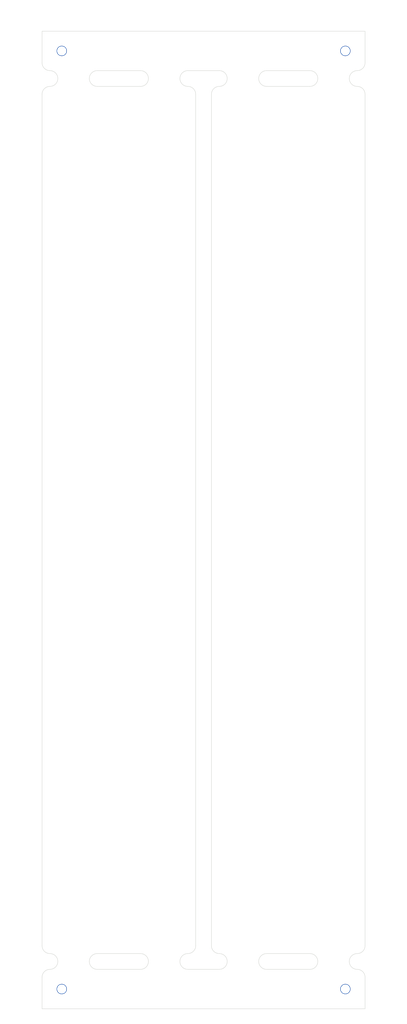
<source format=kicad_pcb>
(kicad_pcb (version 20171130) (host pcbnew "(5.1.4)-1")

  (general
    (thickness 1.6)
    (drawings 48)
    (tracks 0)
    (zones 0)
    (modules 14)
    (nets 1)
  )

  (page A4)
  (layers
    (0 F.Cu signal)
    (31 B.Cu signal)
    (32 B.Adhes user)
    (33 F.Adhes user)
    (34 B.Paste user)
    (35 F.Paste user)
    (36 B.SilkS user)
    (37 F.SilkS user)
    (38 B.Mask user)
    (39 F.Mask user)
    (40 Dwgs.User user)
    (41 Cmts.User user)
    (42 Eco1.User user)
    (43 Eco2.User user)
    (44 Edge.Cuts user)
    (45 Margin user)
    (46 B.CrtYd user)
    (47 F.CrtYd user)
    (48 B.Fab user)
    (49 F.Fab user)
  )

  (setup
    (last_trace_width 0.25)
    (user_trace_width 0.2)
    (trace_clearance 0.2)
    (zone_clearance 0.508)
    (zone_45_only no)
    (trace_min 0.2)
    (via_size 0.8)
    (via_drill 0.4)
    (via_min_size 0.4)
    (via_min_drill 0.3)
    (user_via 0.6 0.3)
    (uvia_size 0.3)
    (uvia_drill 0.1)
    (uvias_allowed no)
    (uvia_min_size 0.2)
    (uvia_min_drill 0.1)
    (edge_width 0.05)
    (segment_width 0.2)
    (pcb_text_width 0.3)
    (pcb_text_size 1.5 1.5)
    (mod_edge_width 0.12)
    (mod_text_size 1 1)
    (mod_text_width 0.15)
    (pad_size 1.524 1.524)
    (pad_drill 0.762)
    (pad_to_mask_clearance 0.051)
    (solder_mask_min_width 0.25)
    (aux_axis_origin 50 167)
    (grid_origin 50 167)
    (visible_elements 7FFFF7FF)
    (pcbplotparams
      (layerselection 0x010fc_ffffffff)
      (usegerberextensions true)
      (usegerberattributes false)
      (usegerberadvancedattributes false)
      (creategerberjobfile false)
      (excludeedgelayer true)
      (linewidth 0.100000)
      (plotframeref false)
      (viasonmask false)
      (mode 1)
      (useauxorigin false)
      (hpglpennumber 1)
      (hpglpenspeed 20)
      (hpglpendiameter 15.000000)
      (psnegative false)
      (psa4output false)
      (plotreference true)
      (plotvalue true)
      (plotinvisibletext false)
      (padsonsilk false)
      (subtractmaskfromsilk true)
      (outputformat 1)
      (mirror false)
      (drillshape 0)
      (scaleselection 1)
      (outputdirectory "panelize/gerber/"))
  )

  (net 0 "")

  (net_class Default "これはデフォルトのネット クラスです。"
    (clearance 0.2)
    (trace_width 0.25)
    (via_dia 0.8)
    (via_drill 0.4)
    (uvia_dia 0.3)
    (uvia_drill 0.1)
  )

  (module kicadlib:SMD_TOOL_HOLE_JLC (layer F.Cu) (tedit 60928926) (tstamp 617EE68F)
    (at 88.5 164.5)
    (fp_text reference REF** (at 0 0.5) (layer F.SilkS) hide
      (effects (font (size 1 1) (thickness 0.15)))
    )
    (fp_text value SMD_TOOL_HOLE_JLC (at 0 -0.5) (layer F.Fab)
      (effects (font (size 1 1) (thickness 0.15)))
    )
    (pad "" np_thru_hole circle (at 0 0) (size 1.3 1.3) (drill 1.152) (layers *.Cu *.Mask))
  )

  (module kicadlib:SMD_TOOL_HOLE_JLC (layer F.Cu) (tedit 60928926) (tstamp 617EE66B)
    (at 88.5 45.5)
    (fp_text reference REF** (at 0 0.5) (layer F.SilkS) hide
      (effects (font (size 1 1) (thickness 0.15)))
    )
    (fp_text value SMD_TOOL_HOLE_JLC (at 0 -0.5) (layer F.Fab)
      (effects (font (size 1 1) (thickness 0.15)))
    )
    (pad "" np_thru_hole circle (at 0 0) (size 1.3 1.3) (drill 1.152) (layers *.Cu *.Mask))
  )

  (module kicadlib:PANELIZE_MOUSE_BITES (layer F.Cu) (tedit 60928F6A) (tstamp 617EE5FC)
    (at 75.5 49 90)
    (fp_text reference REF** (at 1 0 90) (layer F.SilkS) hide
      (effects (font (size 1 1) (thickness 0.15)))
    )
    (fp_text value PANELIZE_MOUSE_BITES (at 1 -1 90) (layer F.Fab)
      (effects (font (size 1 1) (thickness 0.15)))
    )
    (fp_arc (start 0 -3) (end -1 -3) (angle -180) (layer Eco1.User) (width 0.12))
    (fp_arc (start 0 3) (end 1 3) (angle -180) (layer Eco1.User) (width 0.12))
    (pad "" np_thru_hole circle (at 1 -0.5 90) (size 0.5 0.5) (drill 0.5) (layers *.Cu *.Mask))
    (pad "" np_thru_hole circle (at 1 -1.5 90) (size 0.5 0.5) (drill 0.5) (layers *.Cu *.Mask))
    (pad "" np_thru_hole circle (at 1 0.5 90) (size 0.5 0.5) (drill 0.5) (layers *.Cu *.Mask))
    (pad "" np_thru_hole circle (at 1 1.5 90) (size 0.5 0.5) (drill 0.5) (layers *.Cu *.Mask))
    (pad "" np_thru_hole circle (at -1 -0.5 90) (size 0.5 0.5) (drill 0.5) (layers *.Cu *.Mask))
    (pad "" np_thru_hole circle (at -1 0.5 90) (size 0.5 0.5) (drill 0.5) (layers *.Cu *.Mask))
    (pad "" np_thru_hole circle (at -1 1.5 90) (size 0.5 0.5) (drill 0.5) (layers *.Cu *.Mask))
    (pad "" np_thru_hole circle (at -1 -1.5 90) (size 0.5 0.5) (drill 0.5) (layers *.Cu *.Mask))
  )

  (module kicadlib:PANELIZE_MOUSE_BITES (layer F.Cu) (tedit 60928F6A) (tstamp 617EE5D5)
    (at 75.5 161 90)
    (fp_text reference REF** (at 1 0 90) (layer F.SilkS) hide
      (effects (font (size 1 1) (thickness 0.15)))
    )
    (fp_text value PANELIZE_MOUSE_BITES (at 1 -1 90) (layer F.Fab)
      (effects (font (size 1 1) (thickness 0.15)))
    )
    (fp_arc (start 0 -3) (end -1 -3) (angle -180) (layer Eco1.User) (width 0.12))
    (fp_arc (start 0 3) (end 1 3) (angle -180) (layer Eco1.User) (width 0.12))
    (pad "" np_thru_hole circle (at 1 -0.5 90) (size 0.5 0.5) (drill 0.5) (layers *.Cu *.Mask))
    (pad "" np_thru_hole circle (at 1 -1.5 90) (size 0.5 0.5) (drill 0.5) (layers *.Cu *.Mask))
    (pad "" np_thru_hole circle (at 1 0.5 90) (size 0.5 0.5) (drill 0.5) (layers *.Cu *.Mask))
    (pad "" np_thru_hole circle (at 1 1.5 90) (size 0.5 0.5) (drill 0.5) (layers *.Cu *.Mask))
    (pad "" np_thru_hole circle (at -1 -0.5 90) (size 0.5 0.5) (drill 0.5) (layers *.Cu *.Mask))
    (pad "" np_thru_hole circle (at -1 0.5 90) (size 0.5 0.5) (drill 0.5) (layers *.Cu *.Mask))
    (pad "" np_thru_hole circle (at -1 1.5 90) (size 0.5 0.5) (drill 0.5) (layers *.Cu *.Mask))
    (pad "" np_thru_hole circle (at -1 -1.5 90) (size 0.5 0.5) (drill 0.5) (layers *.Cu *.Mask))
  )

  (module kicadlib:PANELIZE_MOUSE_BITES (layer F.Cu) (tedit 60928F6A) (tstamp 617EE5AE)
    (at 87 161 90)
    (fp_text reference REF** (at 1 0 90) (layer F.SilkS) hide
      (effects (font (size 1 1) (thickness 0.15)))
    )
    (fp_text value PANELIZE_MOUSE_BITES (at 1 -1 90) (layer F.Fab)
      (effects (font (size 1 1) (thickness 0.15)))
    )
    (fp_arc (start 0 -3) (end -1 -3) (angle -180) (layer Eco1.User) (width 0.12))
    (fp_arc (start 0 3) (end 1 3) (angle -180) (layer Eco1.User) (width 0.12))
    (pad "" np_thru_hole circle (at 1 -0.5 90) (size 0.5 0.5) (drill 0.5) (layers *.Cu *.Mask))
    (pad "" np_thru_hole circle (at 1 -1.5 90) (size 0.5 0.5) (drill 0.5) (layers *.Cu *.Mask))
    (pad "" np_thru_hole circle (at 1 0.5 90) (size 0.5 0.5) (drill 0.5) (layers *.Cu *.Mask))
    (pad "" np_thru_hole circle (at 1 1.5 90) (size 0.5 0.5) (drill 0.5) (layers *.Cu *.Mask))
    (pad "" np_thru_hole circle (at -1 -0.5 90) (size 0.5 0.5) (drill 0.5) (layers *.Cu *.Mask))
    (pad "" np_thru_hole circle (at -1 0.5 90) (size 0.5 0.5) (drill 0.5) (layers *.Cu *.Mask))
    (pad "" np_thru_hole circle (at -1 1.5 90) (size 0.5 0.5) (drill 0.5) (layers *.Cu *.Mask))
    (pad "" np_thru_hole circle (at -1 -1.5 90) (size 0.5 0.5) (drill 0.5) (layers *.Cu *.Mask))
  )

  (module kicadlib:PANELIZE_MOUSE_BITES (layer F.Cu) (tedit 60928F6A) (tstamp 617EE551)
    (at 87 49 90)
    (fp_text reference REF** (at 1 0 90) (layer F.SilkS) hide
      (effects (font (size 1 1) (thickness 0.15)))
    )
    (fp_text value PANELIZE_MOUSE_BITES (at 1 -1 90) (layer F.Fab)
      (effects (font (size 1 1) (thickness 0.15)))
    )
    (fp_arc (start 0 3) (end 1 3) (angle -180) (layer Eco1.User) (width 0.12))
    (fp_arc (start 0 -3) (end -1 -3) (angle -180) (layer Eco1.User) (width 0.12))
    (pad "" np_thru_hole circle (at -1 -1.5 90) (size 0.5 0.5) (drill 0.5) (layers *.Cu *.Mask))
    (pad "" np_thru_hole circle (at -1 1.5 90) (size 0.5 0.5) (drill 0.5) (layers *.Cu *.Mask))
    (pad "" np_thru_hole circle (at -1 0.5 90) (size 0.5 0.5) (drill 0.5) (layers *.Cu *.Mask))
    (pad "" np_thru_hole circle (at -1 -0.5 90) (size 0.5 0.5) (drill 0.5) (layers *.Cu *.Mask))
    (pad "" np_thru_hole circle (at 1 1.5 90) (size 0.5 0.5) (drill 0.5) (layers *.Cu *.Mask))
    (pad "" np_thru_hole circle (at 1 0.5 90) (size 0.5 0.5) (drill 0.5) (layers *.Cu *.Mask))
    (pad "" np_thru_hole circle (at 1 -1.5 90) (size 0.5 0.5) (drill 0.5) (layers *.Cu *.Mask))
    (pad "" np_thru_hole circle (at 1 -0.5 90) (size 0.5 0.5) (drill 0.5) (layers *.Cu *.Mask))
  )

  (module kicadlib:PANELIZE_MOUSE_BITES (layer F.Cu) (tedit 60928F6A) (tstamp 617E8EB8)
    (at 65.5 49 90)
    (fp_text reference REF** (at 1 0 90) (layer F.SilkS) hide
      (effects (font (size 1 1) (thickness 0.15)))
    )
    (fp_text value PANELIZE_MOUSE_BITES (at 1 -1 90) (layer F.Fab)
      (effects (font (size 1 1) (thickness 0.15)))
    )
    (fp_arc (start 0 -3) (end -1 -3) (angle -180) (layer Eco1.User) (width 0.12))
    (fp_arc (start 0 3) (end 1 3) (angle -180) (layer Eco1.User) (width 0.12))
    (pad "" np_thru_hole circle (at 1 -0.5 90) (size 0.5 0.5) (drill 0.5) (layers *.Cu *.Mask))
    (pad "" np_thru_hole circle (at 1 -1.5 90) (size 0.5 0.5) (drill 0.5) (layers *.Cu *.Mask))
    (pad "" np_thru_hole circle (at 1 0.5 90) (size 0.5 0.5) (drill 0.5) (layers *.Cu *.Mask))
    (pad "" np_thru_hole circle (at 1 1.5 90) (size 0.5 0.5) (drill 0.5) (layers *.Cu *.Mask))
    (pad "" np_thru_hole circle (at -1 -0.5 90) (size 0.5 0.5) (drill 0.5) (layers *.Cu *.Mask))
    (pad "" np_thru_hole circle (at -1 0.5 90) (size 0.5 0.5) (drill 0.5) (layers *.Cu *.Mask))
    (pad "" np_thru_hole circle (at -1 1.5 90) (size 0.5 0.5) (drill 0.5) (layers *.Cu *.Mask))
    (pad "" np_thru_hole circle (at -1 -1.5 90) (size 0.5 0.5) (drill 0.5) (layers *.Cu *.Mask))
  )

  (module kicadlib:PANELIZE_MOUSE_BITES (layer F.Cu) (tedit 60928F6A) (tstamp 615EE34B)
    (at 70.5 164.5 180)
    (fp_text reference REF** (at 1 0) (layer F.SilkS) hide
      (effects (font (size 1 1) (thickness 0.15)))
    )
    (fp_text value PANELIZE_MOUSE_BITES (at 1 -1) (layer F.Fab)
      (effects (font (size 1 1) (thickness 0.15)))
    )
    (fp_arc (start 0 3) (end 1 3) (angle -180) (layer Eco1.User) (width 0.12))
    (fp_arc (start 0 -3) (end -1 -3) (angle -180) (layer Eco1.User) (width 0.12))
    (pad "" np_thru_hole circle (at -1 -1.5 180) (size 0.5 0.5) (drill 0.5) (layers *.Cu *.Mask))
    (pad "" np_thru_hole circle (at -1 1.5 180) (size 0.5 0.5) (drill 0.5) (layers *.Cu *.Mask))
    (pad "" np_thru_hole circle (at -1 0.5 180) (size 0.5 0.5) (drill 0.5) (layers *.Cu *.Mask))
    (pad "" np_thru_hole circle (at -1 -0.5 180) (size 0.5 0.5) (drill 0.5) (layers *.Cu *.Mask))
    (pad "" np_thru_hole circle (at 1 1.5 180) (size 0.5 0.5) (drill 0.5) (layers *.Cu *.Mask))
    (pad "" np_thru_hole circle (at 1 0.5 180) (size 0.5 0.5) (drill 0.5) (layers *.Cu *.Mask))
    (pad "" np_thru_hole circle (at 1 -1.5 180) (size 0.5 0.5) (drill 0.5) (layers *.Cu *.Mask))
    (pad "" np_thru_hole circle (at 1 -0.5 180) (size 0.5 0.5) (drill 0.5) (layers *.Cu *.Mask))
  )

  (module kicadlib:PANELIZE_MOUSE_BITES (layer F.Cu) (tedit 60928F6A) (tstamp 617E911E)
    (at 70.5 45.5 180)
    (fp_text reference REF** (at 1 0) (layer F.SilkS) hide
      (effects (font (size 1 1) (thickness 0.15)))
    )
    (fp_text value PANELIZE_MOUSE_BITES (at 1 -1) (layer F.Fab)
      (effects (font (size 1 1) (thickness 0.15)))
    )
    (fp_arc (start 0 3) (end 1 3) (angle -180) (layer Eco1.User) (width 0.12))
    (fp_arc (start 0 -3) (end -1 -3) (angle -180) (layer Eco1.User) (width 0.12))
    (pad "" np_thru_hole circle (at -1 -1.5 180) (size 0.5 0.5) (drill 0.5) (layers *.Cu *.Mask))
    (pad "" np_thru_hole circle (at -1 1.5 180) (size 0.5 0.5) (drill 0.5) (layers *.Cu *.Mask))
    (pad "" np_thru_hole circle (at -1 0.5 180) (size 0.5 0.5) (drill 0.5) (layers *.Cu *.Mask))
    (pad "" np_thru_hole circle (at -1 -0.5 180) (size 0.5 0.5) (drill 0.5) (layers *.Cu *.Mask))
    (pad "" np_thru_hole circle (at 1 1.5 180) (size 0.5 0.5) (drill 0.5) (layers *.Cu *.Mask))
    (pad "" np_thru_hole circle (at 1 0.5 180) (size 0.5 0.5) (drill 0.5) (layers *.Cu *.Mask))
    (pad "" np_thru_hole circle (at 1 -1.5 180) (size 0.5 0.5) (drill 0.5) (layers *.Cu *.Mask))
    (pad "" np_thru_hole circle (at 1 -0.5 180) (size 0.5 0.5) (drill 0.5) (layers *.Cu *.Mask))
  )

  (module kicadlib:PANELIZE_MOUSE_BITES (layer F.Cu) (tedit 60928F6A) (tstamp 60932204)
    (at 54 49 90)
    (fp_text reference REF** (at 1 0 90) (layer F.SilkS) hide
      (effects (font (size 1 1) (thickness 0.15)))
    )
    (fp_text value PANELIZE_MOUSE_BITES (at 1 -1 90) (layer F.Fab)
      (effects (font (size 1 1) (thickness 0.15)))
    )
    (fp_arc (start 0 3) (end 1 3) (angle -180) (layer Eco1.User) (width 0.12))
    (fp_arc (start 0 -3) (end -1 -3) (angle -180) (layer Eco1.User) (width 0.12))
    (pad "" np_thru_hole circle (at -1 -1.5 90) (size 0.5 0.5) (drill 0.5) (layers *.Cu *.Mask))
    (pad "" np_thru_hole circle (at -1 1.5 90) (size 0.5 0.5) (drill 0.5) (layers *.Cu *.Mask))
    (pad "" np_thru_hole circle (at -1 0.5 90) (size 0.5 0.5) (drill 0.5) (layers *.Cu *.Mask))
    (pad "" np_thru_hole circle (at -1 -0.5 90) (size 0.5 0.5) (drill 0.5) (layers *.Cu *.Mask))
    (pad "" np_thru_hole circle (at 1 1.5 90) (size 0.5 0.5) (drill 0.5) (layers *.Cu *.Mask))
    (pad "" np_thru_hole circle (at 1 0.5 90) (size 0.5 0.5) (drill 0.5) (layers *.Cu *.Mask))
    (pad "" np_thru_hole circle (at 1 -1.5 90) (size 0.5 0.5) (drill 0.5) (layers *.Cu *.Mask))
    (pad "" np_thru_hole circle (at 1 -0.5 90) (size 0.5 0.5) (drill 0.5) (layers *.Cu *.Mask))
  )

  (module kicadlib:SMD_TOOL_HOLE_JLC (layer F.Cu) (tedit 60928926) (tstamp 60934F0F)
    (at 52.5 45.5)
    (fp_text reference REF** (at 0 0.5) (layer F.SilkS) hide
      (effects (font (size 1 1) (thickness 0.15)))
    )
    (fp_text value SMD_TOOL_HOLE_JLC (at 0 -0.5) (layer F.Fab)
      (effects (font (size 1 1) (thickness 0.15)))
    )
    (pad "" np_thru_hole circle (at 0 0) (size 1.3 1.3) (drill 1.152) (layers *.Cu *.Mask))
  )

  (module kicadlib:SMD_TOOL_HOLE_JLC (layer F.Cu) (tedit 60928926) (tstamp 60934F2E)
    (at 52.5 164.5)
    (fp_text reference REF** (at 0 0.5) (layer F.SilkS) hide
      (effects (font (size 1 1) (thickness 0.15)))
    )
    (fp_text value SMD_TOOL_HOLE_JLC (at 0 -0.5) (layer F.Fab)
      (effects (font (size 1 1) (thickness 0.15)))
    )
    (pad "" np_thru_hole circle (at 0 0) (size 1.3 1.3) (drill 1.152) (layers *.Cu *.Mask))
  )

  (module kicadlib:PANELIZE_MOUSE_BITES (layer F.Cu) (tedit 60928F6A) (tstamp 617E8FCD)
    (at 54 161 90)
    (fp_text reference REF** (at 1 0 90) (layer F.SilkS) hide
      (effects (font (size 1 1) (thickness 0.15)))
    )
    (fp_text value PANELIZE_MOUSE_BITES (at 1 -1 90) (layer F.Fab)
      (effects (font (size 1 1) (thickness 0.15)))
    )
    (fp_arc (start 0 3) (end 1 3) (angle -180) (layer Eco1.User) (width 0.12))
    (fp_arc (start 0 -3) (end -1 -3) (angle -180) (layer Eco1.User) (width 0.12))
    (pad "" np_thru_hole circle (at -1 -1.5 90) (size 0.5 0.5) (drill 0.5) (layers *.Cu *.Mask))
    (pad "" np_thru_hole circle (at -1 1.5 90) (size 0.5 0.5) (drill 0.5) (layers *.Cu *.Mask))
    (pad "" np_thru_hole circle (at -1 0.5 90) (size 0.5 0.5) (drill 0.5) (layers *.Cu *.Mask))
    (pad "" np_thru_hole circle (at -1 -0.5 90) (size 0.5 0.5) (drill 0.5) (layers *.Cu *.Mask))
    (pad "" np_thru_hole circle (at 1 1.5 90) (size 0.5 0.5) (drill 0.5) (layers *.Cu *.Mask))
    (pad "" np_thru_hole circle (at 1 0.5 90) (size 0.5 0.5) (drill 0.5) (layers *.Cu *.Mask))
    (pad "" np_thru_hole circle (at 1 -1.5 90) (size 0.5 0.5) (drill 0.5) (layers *.Cu *.Mask))
    (pad "" np_thru_hole circle (at 1 -0.5 90) (size 0.5 0.5) (drill 0.5) (layers *.Cu *.Mask))
  )

  (module kicadlib:PANELIZE_MOUSE_BITES (layer F.Cu) (tedit 60928F6A) (tstamp 6093210D)
    (at 65.5 161 90)
    (fp_text reference REF** (at 1 0 90) (layer F.SilkS) hide
      (effects (font (size 1 1) (thickness 0.15)))
    )
    (fp_text value PANELIZE_MOUSE_BITES (at 1 -1 90) (layer F.Fab)
      (effects (font (size 1 1) (thickness 0.15)))
    )
    (fp_arc (start 0 3) (end 1 3) (angle -180) (layer Eco1.User) (width 0.12))
    (fp_arc (start 0 -3) (end -1 -3) (angle -180) (layer Eco1.User) (width 0.12))
    (pad "" np_thru_hole circle (at -1 -1.5 90) (size 0.5 0.5) (drill 0.5) (layers *.Cu *.Mask))
    (pad "" np_thru_hole circle (at -1 1.5 90) (size 0.5 0.5) (drill 0.5) (layers *.Cu *.Mask))
    (pad "" np_thru_hole circle (at -1 0.5 90) (size 0.5 0.5) (drill 0.5) (layers *.Cu *.Mask))
    (pad "" np_thru_hole circle (at -1 -0.5 90) (size 0.5 0.5) (drill 0.5) (layers *.Cu *.Mask))
    (pad "" np_thru_hole circle (at 1 1.5 90) (size 0.5 0.5) (drill 0.5) (layers *.Cu *.Mask))
    (pad "" np_thru_hole circle (at 1 0.5 90) (size 0.5 0.5) (drill 0.5) (layers *.Cu *.Mask))
    (pad "" np_thru_hole circle (at 1 -1.5 90) (size 0.5 0.5) (drill 0.5) (layers *.Cu *.Mask))
    (pad "" np_thru_hole circle (at 1 -0.5 90) (size 0.5 0.5) (drill 0.5) (layers *.Cu *.Mask))
  )

  (gr_line (start 91 167) (end 91 163) (layer Edge.Cuts) (width 0.05) (tstamp 617EE652))
  (gr_line (start 50 167) (end 91 167) (layer Edge.Cuts) (width 0.05))
  (gr_arc (start 90 163) (end 91 163) (angle -90) (layer Edge.Cuts) (width 0.05))
  (gr_line (start 68.5 162) (end 72.5 162) (layer Edge.Cuts) (width 0.05) (tstamp 617EE651))
  (gr_line (start 68.5 48) (end 72.5 48) (layer Edge.Cuts) (width 0.05) (tstamp 617EE650))
  (gr_line (start 91 43) (end 91 47) (layer Edge.Cuts) (width 0.05) (tstamp 617EE64F))
  (gr_line (start 50 43) (end 91 43) (layer Edge.Cuts) (width 0.05))
  (gr_arc (start 90 47) (end 90 48) (angle -90) (layer Edge.Cuts) (width 0.05))
  (gr_line (start 78.5 50) (end 84 50) (layer Edge.Cuts) (width 0.05) (tstamp 617EE59F))
  (gr_line (start 78.5 160) (end 84 160) (layer Edge.Cuts) (width 0.05) (tstamp 617EE59C))
  (gr_line (start 78.5 162) (end 84 162) (layer Edge.Cuts) (width 0.05) (tstamp 617EE599))
  (gr_line (start 78.5 48) (end 84 48) (layer Edge.Cuts) (width 0.05) (tstamp 617EE596))
  (gr_line (start 91 51) (end 91 159) (layer Edge.Cuts) (width 0.05) (tstamp 617EE593))
  (gr_arc (start 84 49) (end 84 50) (angle -180) (layer Edge.Cuts) (width 0.05) (tstamp 617EE590))
  (gr_arc (start 90 161) (end 90 160) (angle -180) (layer Edge.Cuts) (width 0.05) (tstamp 617EE58D))
  (gr_arc (start 90 51) (end 91 51) (angle -90) (layer Edge.Cuts) (width 0.05) (tstamp 617EE58A))
  (gr_arc (start 72.5 161) (end 72.5 162) (angle -180) (layer Edge.Cuts) (width 0.05) (tstamp 617EE587))
  (gr_arc (start 90 49) (end 90 48) (angle -180) (layer Edge.Cuts) (width 0.05) (tstamp 617EE584))
  (gr_arc (start 72.5 51) (end 72.5 50) (angle -90) (layer Edge.Cuts) (width 0.05) (tstamp 617EE581))
  (gr_arc (start 72.5 159) (end 71.5 159) (angle -90) (layer Edge.Cuts) (width 0.05) (tstamp 617EE57E))
  (gr_line (start 71.5 51) (end 71.5 159) (layer Edge.Cuts) (width 0.05) (tstamp 617EE57B))
  (gr_arc (start 78.5 161) (end 78.5 160) (angle -180) (layer Edge.Cuts) (width 0.05) (tstamp 617EE578))
  (gr_arc (start 78.5 49) (end 78.5 48) (angle -180) (layer Edge.Cuts) (width 0.05) (tstamp 617EE575))
  (gr_arc (start 72.5 49) (end 72.5 50) (angle -180) (layer Edge.Cuts) (width 0.05) (tstamp 617EE572))
  (gr_arc (start 84 161) (end 84 162) (angle -180) (layer Edge.Cuts) (width 0.05) (tstamp 617EE56F))
  (gr_arc (start 90 159) (end 90 160) (angle -90) (layer Edge.Cuts) (width 0.05) (tstamp 617EE56C))
  (gr_line (start 57 162) (end 62.5 162) (layer Edge.Cuts) (width 0.05) (tstamp 617E9102))
  (gr_line (start 57 160) (end 62.5 160) (layer Edge.Cuts) (width 0.05) (tstamp 617E9101))
  (gr_line (start 57 50) (end 62.5 50) (layer Edge.Cuts) (width 0.05) (tstamp 617E90FF))
  (gr_line (start 57 48) (end 62.5 48) (layer Edge.Cuts) (width 0.05) (tstamp 617E90FE))
  (gr_arc (start 62.5 49) (end 62.5 50) (angle -180) (layer Edge.Cuts) (width 0.05))
  (gr_line (start 69.5 51) (end 69.5 159) (layer Edge.Cuts) (width 0.05) (tstamp 617E90FD))
  (gr_arc (start 57 49) (end 57 48) (angle -180) (layer Edge.Cuts) (width 0.05))
  (gr_arc (start 51 49) (end 51 50) (angle -180) (layer Edge.Cuts) (width 0.05))
  (gr_line (start 50 163) (end 50 167) (layer Edge.Cuts) (width 0.05) (tstamp 60932500))
  (gr_arc (start 51 163) (end 51 162) (angle -90) (layer Edge.Cuts) (width 0.05))
  (gr_line (start 50 47) (end 50 43) (layer Edge.Cuts) (width 0.05))
  (gr_arc (start 51 47) (end 50 47) (angle -90) (layer Edge.Cuts) (width 0.05))
  (gr_arc (start 62.5 161) (end 62.5 162) (angle -180) (layer Edge.Cuts) (width 0.05) (tstamp 617E8FFD))
  (gr_arc (start 68.5 159) (end 68.5 160) (angle -90) (layer Edge.Cuts) (width 0.05) (tstamp 60931F4C))
  (gr_arc (start 68.5 161) (end 68.5 160) (angle -180) (layer Edge.Cuts) (width 0.05) (tstamp 617E8FFA))
  (gr_arc (start 68.5 51) (end 69.5 51) (angle -90) (layer Edge.Cuts) (width 0.05) (tstamp 60931EA1))
  (gr_arc (start 68.5 49) (end 68.5 48) (angle -180) (layer Edge.Cuts) (width 0.05) (tstamp 60931E8E))
  (gr_line (start 50 51) (end 50 159) (layer Edge.Cuts) (width 0.05) (tstamp 6092E799))
  (gr_arc (start 51 51) (end 51 50) (angle -90) (layer Edge.Cuts) (width 0.05))
  (gr_arc (start 51 159) (end 50 159) (angle -90) (layer Edge.Cuts) (width 0.05))
  (gr_arc (start 57 161) (end 57 160) (angle -180) (layer Edge.Cuts) (width 0.05))
  (gr_arc (start 51 161) (end 51 162) (angle -180) (layer Edge.Cuts) (width 0.05))

)

</source>
